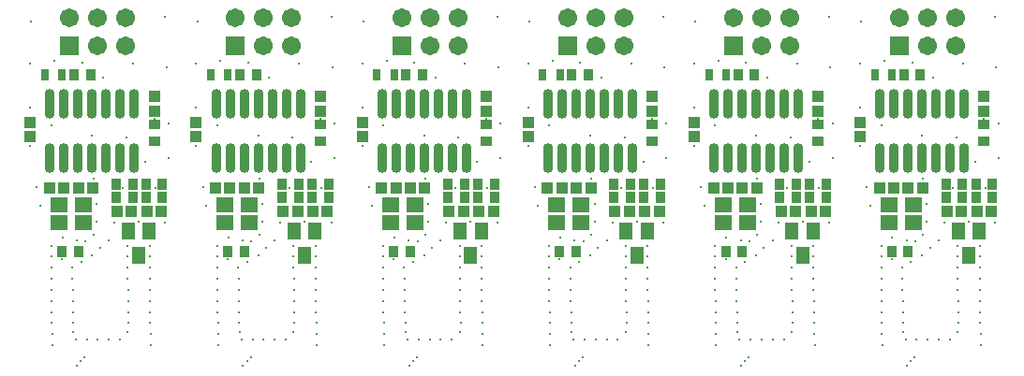
<source format=gts>
G04*
G04 #@! TF.GenerationSoftware,Altium Limited,Altium Designer,18.1.6 (161)*
G04*
G04 Layer_Color=8388736*
%FSLAX24Y24*%
%MOIN*%
G70*
G01*
G75*
%ADD29R,0.0474X0.0631*%
%ADD30R,0.0631X0.0533*%
%ADD31R,0.0316X0.0395*%
%ADD32O,0.0356X0.1064*%
%ADD33R,0.0434X0.0415*%
%ADD34R,0.0415X0.0434*%
%ADD35R,0.0336X0.0415*%
%ADD36R,0.0415X0.0336*%
%ADD37C,0.0671*%
%ADD38R,0.0671X0.0671*%
%ADD39C,0.0126*%
D29*
X4783Y31220D02*
D03*
X4035D02*
D03*
X4409Y30354D02*
D03*
X10689Y31220D02*
D03*
X9941D02*
D03*
X10315Y30354D02*
D03*
X16594Y31220D02*
D03*
X15846D02*
D03*
X16220Y30354D02*
D03*
X22500Y31220D02*
D03*
X21752D02*
D03*
X22126Y30354D02*
D03*
X28406Y31220D02*
D03*
X27657D02*
D03*
X28031Y30354D02*
D03*
X34311Y31220D02*
D03*
X33563D02*
D03*
X33937Y30354D02*
D03*
D30*
X2441Y32165D02*
D03*
X1575D02*
D03*
Y31535D02*
D03*
X2441D02*
D03*
X8346Y32165D02*
D03*
X7480D02*
D03*
Y31535D02*
D03*
X8346D02*
D03*
X14252Y32165D02*
D03*
X13386D02*
D03*
Y31535D02*
D03*
X14252D02*
D03*
X20157Y32165D02*
D03*
X19291D02*
D03*
Y31535D02*
D03*
X20157D02*
D03*
X26063Y32165D02*
D03*
X25197D02*
D03*
Y31535D02*
D03*
X26063D02*
D03*
X31969Y32165D02*
D03*
X31102D02*
D03*
Y31535D02*
D03*
X31969D02*
D03*
D31*
X1683Y36811D02*
D03*
X1073D02*
D03*
X7589D02*
D03*
X6978D02*
D03*
X13494D02*
D03*
X12884D02*
D03*
X19400D02*
D03*
X18789D02*
D03*
X25305D02*
D03*
X24695D02*
D03*
X31211D02*
D03*
X30600D02*
D03*
D32*
X4256Y35768D02*
D03*
X3756D02*
D03*
X3256D02*
D03*
X2756D02*
D03*
X2256D02*
D03*
X1756D02*
D03*
X1256D02*
D03*
X4256Y33839D02*
D03*
X3756D02*
D03*
X3256D02*
D03*
X2756D02*
D03*
X2256D02*
D03*
X1756D02*
D03*
X1256D02*
D03*
X10161Y35768D02*
D03*
X9661D02*
D03*
X9161D02*
D03*
X8661D02*
D03*
X8161D02*
D03*
X7661D02*
D03*
X7161D02*
D03*
X10161Y33839D02*
D03*
X9661D02*
D03*
X9161D02*
D03*
X8661D02*
D03*
X8161D02*
D03*
X7661D02*
D03*
X7161D02*
D03*
X16067Y35768D02*
D03*
X15567D02*
D03*
X15067D02*
D03*
X14567D02*
D03*
X14067D02*
D03*
X13567D02*
D03*
X13067D02*
D03*
X16067Y33839D02*
D03*
X15567D02*
D03*
X15067D02*
D03*
X14567D02*
D03*
X14067D02*
D03*
X13567D02*
D03*
X13067D02*
D03*
X21972Y35768D02*
D03*
X21472D02*
D03*
X20972D02*
D03*
X20472D02*
D03*
X19972D02*
D03*
X19472D02*
D03*
X18972D02*
D03*
X21972Y33839D02*
D03*
X21472D02*
D03*
X20972D02*
D03*
X20472D02*
D03*
X19972D02*
D03*
X19472D02*
D03*
X18972D02*
D03*
X27878Y35768D02*
D03*
X27378D02*
D03*
X26878D02*
D03*
X26378D02*
D03*
X25878D02*
D03*
X25378D02*
D03*
X24878D02*
D03*
X27878Y33839D02*
D03*
X27378D02*
D03*
X26878D02*
D03*
X26378D02*
D03*
X25878D02*
D03*
X25378D02*
D03*
X24878D02*
D03*
X33783Y35768D02*
D03*
X33283D02*
D03*
X32783D02*
D03*
X32283D02*
D03*
X31783D02*
D03*
X31283D02*
D03*
X30783D02*
D03*
X33783Y33839D02*
D03*
X33283D02*
D03*
X32783D02*
D03*
X32283D02*
D03*
X31783D02*
D03*
X31283D02*
D03*
X30783D02*
D03*
D33*
X3642Y31929D02*
D03*
X4154D02*
D03*
X2776Y32756D02*
D03*
X2264D02*
D03*
X5217Y31929D02*
D03*
X4705D02*
D03*
X1752Y32756D02*
D03*
X1240D02*
D03*
X9547Y31929D02*
D03*
X10059D02*
D03*
X8681Y32756D02*
D03*
X8169D02*
D03*
X11122Y31929D02*
D03*
X10610D02*
D03*
X7657Y32756D02*
D03*
X7146D02*
D03*
X15453Y31929D02*
D03*
X15965D02*
D03*
X14587Y32756D02*
D03*
X14075D02*
D03*
X17028Y31929D02*
D03*
X16516D02*
D03*
X13563Y32756D02*
D03*
X13051D02*
D03*
X21358Y31929D02*
D03*
X21870D02*
D03*
X20492Y32756D02*
D03*
X19980D02*
D03*
X22933Y31929D02*
D03*
X22421D02*
D03*
X19468Y32756D02*
D03*
X18957D02*
D03*
X27264Y31929D02*
D03*
X27776D02*
D03*
X26398Y32756D02*
D03*
X25886D02*
D03*
X28839Y31929D02*
D03*
X28327D02*
D03*
X25374Y32756D02*
D03*
X24862D02*
D03*
X33169Y31929D02*
D03*
X33681D02*
D03*
X32303Y32756D02*
D03*
X31791D02*
D03*
X34744Y31929D02*
D03*
X34232D02*
D03*
X31280Y32756D02*
D03*
X30768D02*
D03*
D34*
X551Y35098D02*
D03*
Y34587D02*
D03*
X4961Y35512D02*
D03*
Y36024D02*
D03*
X6457Y35098D02*
D03*
Y34587D02*
D03*
X10866Y35512D02*
D03*
Y36024D02*
D03*
X12362Y35098D02*
D03*
Y34587D02*
D03*
X16772Y35512D02*
D03*
Y36024D02*
D03*
X18268Y35098D02*
D03*
Y34587D02*
D03*
X22677Y35512D02*
D03*
Y36024D02*
D03*
X24173Y35098D02*
D03*
Y34587D02*
D03*
X28583Y35512D02*
D03*
Y36024D02*
D03*
X30079Y35098D02*
D03*
Y34587D02*
D03*
X34488Y35512D02*
D03*
Y36024D02*
D03*
D35*
X4665Y32913D02*
D03*
X5256D02*
D03*
X2106Y36811D02*
D03*
X2697D02*
D03*
X5256Y32441D02*
D03*
X4665D02*
D03*
X2264Y30512D02*
D03*
X1673D02*
D03*
X4193Y32913D02*
D03*
X3602D02*
D03*
X4193Y32441D02*
D03*
X3602D02*
D03*
X10571Y32913D02*
D03*
X11161D02*
D03*
X8012Y36811D02*
D03*
X8602D02*
D03*
X11161Y32441D02*
D03*
X10571D02*
D03*
X8169Y30512D02*
D03*
X7579D02*
D03*
X10098Y32913D02*
D03*
X9508D02*
D03*
X10098Y32441D02*
D03*
X9508D02*
D03*
X16476Y32913D02*
D03*
X17067D02*
D03*
X13917Y36811D02*
D03*
X14508D02*
D03*
X17067Y32441D02*
D03*
X16476D02*
D03*
X14075Y30512D02*
D03*
X13484D02*
D03*
X16004Y32913D02*
D03*
X15413D02*
D03*
X16004Y32441D02*
D03*
X15413D02*
D03*
X22382Y32913D02*
D03*
X22972D02*
D03*
X19823Y36811D02*
D03*
X20413D02*
D03*
X22972Y32441D02*
D03*
X22382D02*
D03*
X19980Y30512D02*
D03*
X19390D02*
D03*
X21909Y32913D02*
D03*
X21319D02*
D03*
X21909Y32441D02*
D03*
X21319D02*
D03*
X28287Y32913D02*
D03*
X28878D02*
D03*
X25728Y36811D02*
D03*
X26319D02*
D03*
X28878Y32441D02*
D03*
X28287D02*
D03*
X25886Y30512D02*
D03*
X25295D02*
D03*
X27815Y32913D02*
D03*
X27224D02*
D03*
X27815Y32441D02*
D03*
X27224D02*
D03*
X34193Y32913D02*
D03*
X34783D02*
D03*
X31634Y36811D02*
D03*
X32224D02*
D03*
X34783Y32441D02*
D03*
X34193D02*
D03*
X31791Y30512D02*
D03*
X31201D02*
D03*
X33720Y32913D02*
D03*
X33130D02*
D03*
X33720Y32441D02*
D03*
X33130D02*
D03*
D36*
X4961Y34440D02*
D03*
Y35031D02*
D03*
X10866Y34440D02*
D03*
Y35031D02*
D03*
X16772Y34440D02*
D03*
Y35031D02*
D03*
X22677Y34440D02*
D03*
Y35031D02*
D03*
X28583Y34440D02*
D03*
Y35031D02*
D03*
X34488Y34440D02*
D03*
Y35031D02*
D03*
D37*
X3953Y38819D02*
D03*
Y37819D02*
D03*
X2953Y38819D02*
D03*
Y37819D02*
D03*
X1953Y38819D02*
D03*
X9858D02*
D03*
Y37819D02*
D03*
X8858Y38819D02*
D03*
Y37819D02*
D03*
X7858Y38819D02*
D03*
X15764D02*
D03*
Y37819D02*
D03*
X14764Y38819D02*
D03*
Y37819D02*
D03*
X13764Y38819D02*
D03*
X21669D02*
D03*
Y37819D02*
D03*
X20669Y38819D02*
D03*
Y37819D02*
D03*
X19669Y38819D02*
D03*
X27575D02*
D03*
Y37819D02*
D03*
X26575Y38819D02*
D03*
Y37819D02*
D03*
X25575Y38819D02*
D03*
X33480D02*
D03*
Y37819D02*
D03*
X32480Y38819D02*
D03*
Y37819D02*
D03*
X31480Y38819D02*
D03*
D38*
X1953Y37819D02*
D03*
X7858D02*
D03*
X13764D02*
D03*
X19669D02*
D03*
X25575D02*
D03*
X31480D02*
D03*
D39*
X3976Y34567D02*
D03*
X4213Y37205D02*
D03*
X4838Y27165D02*
D03*
X4831Y27559D02*
D03*
X4824Y27953D02*
D03*
X4817Y28346D02*
D03*
X4810Y28740D02*
D03*
X4051Y27953D02*
D03*
X4044Y28346D02*
D03*
X4037Y28740D02*
D03*
X4030Y29134D02*
D03*
X4023Y29528D02*
D03*
X1334Y27165D02*
D03*
X1327Y27559D02*
D03*
X1320Y27953D02*
D03*
X1313Y28346D02*
D03*
X1306Y28740D02*
D03*
X2082Y27953D02*
D03*
X2075Y28346D02*
D03*
X2068Y28740D02*
D03*
X2061Y29134D02*
D03*
X2054Y29528D02*
D03*
X2355Y26582D02*
D03*
X2491Y26717D02*
D03*
X2220Y26446D02*
D03*
X906Y32126D02*
D03*
X787Y32795D02*
D03*
X2795Y33110D02*
D03*
X4409Y31575D02*
D03*
X4646Y33701D02*
D03*
X5472Y33819D02*
D03*
Y35079D02*
D03*
X5394Y37047D02*
D03*
X5354Y38858D02*
D03*
X1417Y37283D02*
D03*
X2402Y37244D02*
D03*
X3150Y36693D02*
D03*
X551Y37205D02*
D03*
X591Y38701D02*
D03*
X551Y35630D02*
D03*
X1299Y35000D02*
D03*
X2913Y32205D02*
D03*
Y31575D02*
D03*
X2795Y31102D02*
D03*
X2205Y30906D02*
D03*
X2520Y30866D02*
D03*
X1693Y30984D02*
D03*
X1299Y30709D02*
D03*
Y30315D02*
D03*
X2362Y30118D02*
D03*
X2756Y30354D02*
D03*
X3031Y30630D02*
D03*
X3346Y30906D02*
D03*
X4803Y29134D02*
D03*
Y29528D02*
D03*
Y29921D02*
D03*
Y30315D02*
D03*
Y30709D02*
D03*
X5354Y31535D02*
D03*
X3543D02*
D03*
X1299Y29134D02*
D03*
Y29528D02*
D03*
Y29921D02*
D03*
X4016Y30709D02*
D03*
Y30315D02*
D03*
Y29921D02*
D03*
Y27638D02*
D03*
X2047Y29921D02*
D03*
X2087Y27638D02*
D03*
X3740Y27362D02*
D03*
X3346D02*
D03*
X2953D02*
D03*
X2559D02*
D03*
X2165Y27366D02*
D03*
X1673Y30236D02*
D03*
X551Y34252D02*
D03*
X4961Y35236D02*
D03*
X2756Y34646D02*
D03*
X5000Y32753D02*
D03*
X3858D02*
D03*
X9882Y34567D02*
D03*
X10118Y37205D02*
D03*
X10744Y27165D02*
D03*
X10737Y27559D02*
D03*
X10730Y27953D02*
D03*
X10723Y28346D02*
D03*
X10716Y28740D02*
D03*
X9956Y27953D02*
D03*
X9949Y28346D02*
D03*
X9942Y28740D02*
D03*
X9935Y29134D02*
D03*
X9928Y29528D02*
D03*
X7240Y27165D02*
D03*
X7233Y27559D02*
D03*
X7226Y27953D02*
D03*
X7219Y28346D02*
D03*
X7212Y28740D02*
D03*
X7988Y27953D02*
D03*
X7981Y28346D02*
D03*
X7974Y28740D02*
D03*
X7967Y29134D02*
D03*
X7960Y29528D02*
D03*
X8261Y26582D02*
D03*
X8396Y26717D02*
D03*
X8125Y26446D02*
D03*
X6811Y32126D02*
D03*
X6693Y32795D02*
D03*
X8701Y33110D02*
D03*
X10315Y31575D02*
D03*
X10551Y33701D02*
D03*
X11378Y33819D02*
D03*
Y35079D02*
D03*
X11299Y37047D02*
D03*
X11260Y38858D02*
D03*
X7323Y37283D02*
D03*
X8307Y37244D02*
D03*
X9055Y36693D02*
D03*
X6457Y37205D02*
D03*
X6496Y38701D02*
D03*
X6457Y35630D02*
D03*
X7205Y35000D02*
D03*
X8819Y32205D02*
D03*
Y31575D02*
D03*
X8701Y31102D02*
D03*
X8110Y30906D02*
D03*
X8425Y30866D02*
D03*
X7598Y30984D02*
D03*
X7205Y30709D02*
D03*
Y30315D02*
D03*
X8268Y30118D02*
D03*
X8661Y30354D02*
D03*
X8937Y30630D02*
D03*
X9252Y30906D02*
D03*
X10709Y29134D02*
D03*
Y29528D02*
D03*
Y29921D02*
D03*
Y30315D02*
D03*
Y30709D02*
D03*
X11260Y31535D02*
D03*
X9449D02*
D03*
X7205Y29134D02*
D03*
Y29528D02*
D03*
Y29921D02*
D03*
X9921Y30709D02*
D03*
Y30315D02*
D03*
Y29921D02*
D03*
Y27638D02*
D03*
X7953Y29921D02*
D03*
X7992Y27638D02*
D03*
X9646Y27362D02*
D03*
X9252D02*
D03*
X8858D02*
D03*
X8465D02*
D03*
X8070Y27366D02*
D03*
X7579Y30236D02*
D03*
X6457Y34252D02*
D03*
X10866Y35236D02*
D03*
X8661Y34646D02*
D03*
X10906Y32753D02*
D03*
X9764D02*
D03*
X15787Y34567D02*
D03*
X16024Y37205D02*
D03*
X16649Y27165D02*
D03*
X16642Y27559D02*
D03*
X16635Y27953D02*
D03*
X16628Y28346D02*
D03*
X16621Y28740D02*
D03*
X15862Y27953D02*
D03*
X15855Y28346D02*
D03*
X15848Y28740D02*
D03*
X15841Y29134D02*
D03*
X15834Y29528D02*
D03*
X13145Y27165D02*
D03*
X13138Y27559D02*
D03*
X13131Y27953D02*
D03*
X13124Y28346D02*
D03*
X13117Y28740D02*
D03*
X13893Y27953D02*
D03*
X13886Y28346D02*
D03*
X13879Y28740D02*
D03*
X13872Y29134D02*
D03*
X13865Y29528D02*
D03*
X14166Y26582D02*
D03*
X14302Y26717D02*
D03*
X14031Y26446D02*
D03*
X12717Y32126D02*
D03*
X12598Y32795D02*
D03*
X14606Y33110D02*
D03*
X16220Y31575D02*
D03*
X16457Y33701D02*
D03*
X17283Y33819D02*
D03*
Y35079D02*
D03*
X17205Y37047D02*
D03*
X17165Y38858D02*
D03*
X13228Y37283D02*
D03*
X14213Y37244D02*
D03*
X14961Y36693D02*
D03*
X12362Y37205D02*
D03*
X12402Y38701D02*
D03*
X12362Y35630D02*
D03*
X13110Y35000D02*
D03*
X14724Y32205D02*
D03*
Y31575D02*
D03*
X14606Y31102D02*
D03*
X14016Y30906D02*
D03*
X14331Y30866D02*
D03*
X13504Y30984D02*
D03*
X13110Y30709D02*
D03*
Y30315D02*
D03*
X14173Y30118D02*
D03*
X14567Y30354D02*
D03*
X14843Y30630D02*
D03*
X15157Y30906D02*
D03*
X16614Y29134D02*
D03*
Y29528D02*
D03*
Y29921D02*
D03*
Y30315D02*
D03*
Y30709D02*
D03*
X17165Y31535D02*
D03*
X15354D02*
D03*
X13110Y29134D02*
D03*
Y29528D02*
D03*
Y29921D02*
D03*
X15827Y30709D02*
D03*
Y30315D02*
D03*
Y29921D02*
D03*
Y27638D02*
D03*
X13858Y29921D02*
D03*
X13898Y27638D02*
D03*
X15551Y27362D02*
D03*
X15157D02*
D03*
X14764D02*
D03*
X14370D02*
D03*
X13976Y27366D02*
D03*
X13484Y30236D02*
D03*
X12362Y34252D02*
D03*
X16772Y35236D02*
D03*
X14567Y34646D02*
D03*
X16811Y32753D02*
D03*
X15669D02*
D03*
X21693Y34567D02*
D03*
X21929Y37205D02*
D03*
X22555Y27165D02*
D03*
X22548Y27559D02*
D03*
X22541Y27953D02*
D03*
X22534Y28346D02*
D03*
X22527Y28740D02*
D03*
X21767Y27953D02*
D03*
X21760Y28346D02*
D03*
X21753Y28740D02*
D03*
X21746Y29134D02*
D03*
X21739Y29528D02*
D03*
X19051Y27165D02*
D03*
X19044Y27559D02*
D03*
X19037Y27953D02*
D03*
X19030Y28346D02*
D03*
X19023Y28740D02*
D03*
X19799Y27953D02*
D03*
X19792Y28346D02*
D03*
X19785Y28740D02*
D03*
X19778Y29134D02*
D03*
X19771Y29528D02*
D03*
X20072Y26582D02*
D03*
X20207Y26717D02*
D03*
X19936Y26446D02*
D03*
X18622Y32126D02*
D03*
X18504Y32795D02*
D03*
X20512Y33110D02*
D03*
X22126Y31575D02*
D03*
X22362Y33701D02*
D03*
X23189Y33819D02*
D03*
Y35079D02*
D03*
X23110Y37047D02*
D03*
X23071Y38858D02*
D03*
X19134Y37283D02*
D03*
X20118Y37244D02*
D03*
X20866Y36693D02*
D03*
X18268Y37205D02*
D03*
X18307Y38701D02*
D03*
X18268Y35630D02*
D03*
X19016Y35000D02*
D03*
X20630Y32205D02*
D03*
Y31575D02*
D03*
X20512Y31102D02*
D03*
X19921Y30906D02*
D03*
X20236Y30866D02*
D03*
X19409Y30984D02*
D03*
X19016Y30709D02*
D03*
Y30315D02*
D03*
X20079Y30118D02*
D03*
X20472Y30354D02*
D03*
X20748Y30630D02*
D03*
X21063Y30906D02*
D03*
X22520Y29134D02*
D03*
Y29528D02*
D03*
Y29921D02*
D03*
Y30315D02*
D03*
Y30709D02*
D03*
X23071Y31535D02*
D03*
X21260D02*
D03*
X19016Y29134D02*
D03*
Y29528D02*
D03*
Y29921D02*
D03*
X21732Y30709D02*
D03*
Y30315D02*
D03*
Y29921D02*
D03*
Y27638D02*
D03*
X19764Y29921D02*
D03*
X19803Y27638D02*
D03*
X21457Y27362D02*
D03*
X21063D02*
D03*
X20669D02*
D03*
X20276D02*
D03*
X19881Y27366D02*
D03*
X19390Y30236D02*
D03*
X18268Y34252D02*
D03*
X22677Y35236D02*
D03*
X20472Y34646D02*
D03*
X22717Y32753D02*
D03*
X21575D02*
D03*
X27598Y34567D02*
D03*
X27835Y37205D02*
D03*
X28460Y27165D02*
D03*
X28453Y27559D02*
D03*
X28446Y27953D02*
D03*
X28439Y28346D02*
D03*
X28432Y28740D02*
D03*
X27673Y27953D02*
D03*
X27666Y28346D02*
D03*
X27659Y28740D02*
D03*
X27652Y29134D02*
D03*
X27645Y29528D02*
D03*
X24956Y27165D02*
D03*
X24949Y27559D02*
D03*
X24942Y27953D02*
D03*
X24935Y28346D02*
D03*
X24928Y28740D02*
D03*
X25704Y27953D02*
D03*
X25697Y28346D02*
D03*
X25690Y28740D02*
D03*
X25683Y29134D02*
D03*
X25676Y29528D02*
D03*
X25977Y26582D02*
D03*
X26113Y26717D02*
D03*
X25842Y26446D02*
D03*
X24528Y32126D02*
D03*
X24409Y32795D02*
D03*
X26417Y33110D02*
D03*
X28031Y31575D02*
D03*
X28268Y33701D02*
D03*
X29094Y33819D02*
D03*
Y35079D02*
D03*
X29016Y37047D02*
D03*
X28976Y38858D02*
D03*
X25039Y37283D02*
D03*
X26024Y37244D02*
D03*
X26772Y36693D02*
D03*
X24173Y37205D02*
D03*
X24213Y38701D02*
D03*
X24173Y35630D02*
D03*
X24921Y35000D02*
D03*
X26535Y32205D02*
D03*
Y31575D02*
D03*
X26417Y31102D02*
D03*
X25827Y30906D02*
D03*
X26142Y30866D02*
D03*
X25315Y30984D02*
D03*
X24921Y30709D02*
D03*
Y30315D02*
D03*
X25984Y30118D02*
D03*
X26378Y30354D02*
D03*
X26654Y30630D02*
D03*
X26969Y30906D02*
D03*
X28425Y29134D02*
D03*
Y29528D02*
D03*
Y29921D02*
D03*
Y30315D02*
D03*
Y30709D02*
D03*
X28976Y31535D02*
D03*
X27165D02*
D03*
X24921Y29134D02*
D03*
Y29528D02*
D03*
Y29921D02*
D03*
X27638Y30709D02*
D03*
Y30315D02*
D03*
Y29921D02*
D03*
Y27638D02*
D03*
X25669Y29921D02*
D03*
X25709Y27638D02*
D03*
X27362Y27362D02*
D03*
X26969D02*
D03*
X26575D02*
D03*
X26181D02*
D03*
X25787Y27366D02*
D03*
X25295Y30236D02*
D03*
X24173Y34252D02*
D03*
X28583Y35236D02*
D03*
X26378Y34646D02*
D03*
X28622Y32753D02*
D03*
X27480D02*
D03*
X33504Y34567D02*
D03*
X33740Y37205D02*
D03*
X34366Y27165D02*
D03*
X34359Y27559D02*
D03*
X34352Y27953D02*
D03*
X34345Y28346D02*
D03*
X34338Y28740D02*
D03*
X33578Y27953D02*
D03*
X33571Y28346D02*
D03*
X33564Y28740D02*
D03*
X33557Y29134D02*
D03*
X33550Y29528D02*
D03*
X30862Y27165D02*
D03*
X30855Y27559D02*
D03*
X30848Y27953D02*
D03*
X30841Y28346D02*
D03*
X30834Y28740D02*
D03*
X31610Y27953D02*
D03*
X31603Y28346D02*
D03*
X31596Y28740D02*
D03*
X31589Y29134D02*
D03*
X31582Y29528D02*
D03*
X31883Y26582D02*
D03*
X32018Y26717D02*
D03*
X31747Y26446D02*
D03*
X30433Y32126D02*
D03*
X30315Y32795D02*
D03*
X32323Y33110D02*
D03*
X33937Y31575D02*
D03*
X34173Y33701D02*
D03*
X35000Y33819D02*
D03*
Y35079D02*
D03*
X34921Y37047D02*
D03*
X34882Y38858D02*
D03*
X30945Y37283D02*
D03*
X31929Y37244D02*
D03*
X32677Y36693D02*
D03*
X30079Y37205D02*
D03*
X30118Y38701D02*
D03*
X30079Y35630D02*
D03*
X30827Y35000D02*
D03*
X32441Y32205D02*
D03*
Y31575D02*
D03*
X32323Y31102D02*
D03*
X31732Y30906D02*
D03*
X32047Y30866D02*
D03*
X31220Y30984D02*
D03*
X30827Y30709D02*
D03*
Y30315D02*
D03*
X31890Y30118D02*
D03*
X32283Y30354D02*
D03*
X32559Y30630D02*
D03*
X32874Y30906D02*
D03*
X34331Y29134D02*
D03*
Y29528D02*
D03*
Y29921D02*
D03*
Y30315D02*
D03*
Y30709D02*
D03*
X34882Y31535D02*
D03*
X33071D02*
D03*
X30827Y29134D02*
D03*
Y29528D02*
D03*
Y29921D02*
D03*
X33543Y30709D02*
D03*
Y30315D02*
D03*
Y29921D02*
D03*
Y27638D02*
D03*
X31575Y29921D02*
D03*
X31614Y27638D02*
D03*
X33268Y27362D02*
D03*
X32874D02*
D03*
X32480D02*
D03*
X32087D02*
D03*
X31692Y27366D02*
D03*
X31201Y30236D02*
D03*
X30079Y34252D02*
D03*
X34488Y35236D02*
D03*
X32283Y34646D02*
D03*
X34528Y32753D02*
D03*
X33386D02*
D03*
M02*

</source>
